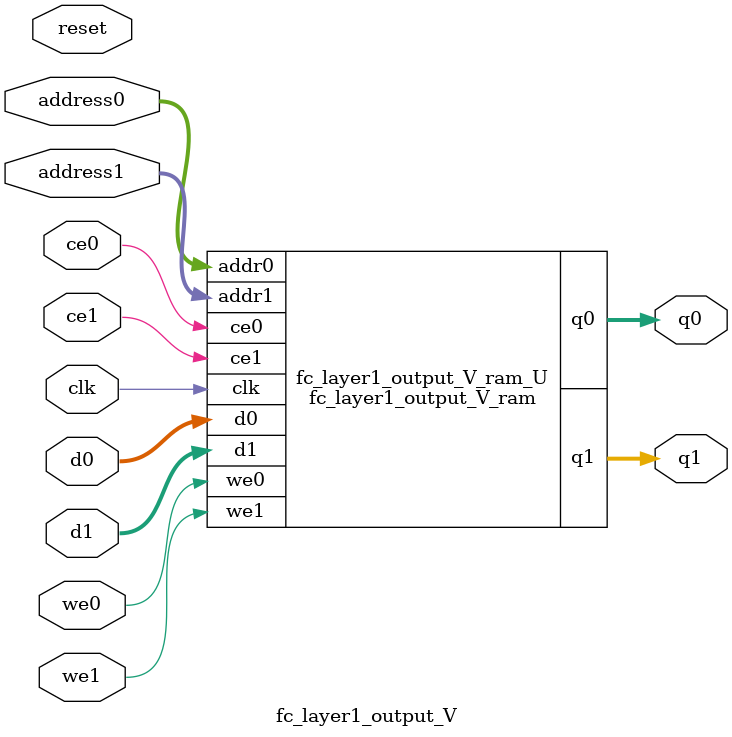
<source format=v>

`timescale 1 ns / 1 ps
module fc_layer1_output_V_ram (addr0, ce0, d0, we0, q0, addr1, ce1, d1, we1, q1,  clk);

parameter DWIDTH = 16;
parameter AWIDTH = 7;
parameter MEM_SIZE = 120;

input[AWIDTH-1:0] addr0;
input ce0;
input[DWIDTH-1:0] d0;
input we0;
output reg[DWIDTH-1:0] q0;
input[AWIDTH-1:0] addr1;
input ce1;
input[DWIDTH-1:0] d1;
input we1;
output reg[DWIDTH-1:0] q1;
input clk;

(* ram_style = "block" *)reg [DWIDTH-1:0] ram[0:MEM_SIZE-1];




always @(posedge clk)  
begin 
    if (ce0) 
    begin
        if (we0) 
        begin 
            ram[addr0] <= d0; 
            q0 <= d0;
        end 
        else 
            q0 <= ram[addr0];
    end
end


always @(posedge clk)  
begin 
    if (ce1) 
    begin
        if (we1) 
        begin 
            ram[addr1] <= d1; 
            q1 <= d1;
        end 
        else 
            q1 <= ram[addr1];
    end
end


endmodule


`timescale 1 ns / 1 ps
module fc_layer1_output_V(
    reset,
    clk,
    address0,
    ce0,
    we0,
    d0,
    q0,
    address1,
    ce1,
    we1,
    d1,
    q1);

parameter DataWidth = 32'd16;
parameter AddressRange = 32'd120;
parameter AddressWidth = 32'd7;
input reset;
input clk;
input[AddressWidth - 1:0] address0;
input ce0;
input we0;
input[DataWidth - 1:0] d0;
output[DataWidth - 1:0] q0;
input[AddressWidth - 1:0] address1;
input ce1;
input we1;
input[DataWidth - 1:0] d1;
output[DataWidth - 1:0] q1;



fc_layer1_output_V_ram fc_layer1_output_V_ram_U(
    .clk( clk ),
    .addr0( address0 ),
    .ce0( ce0 ),
    .d0( d0 ),
    .we0( we0 ),
    .q0( q0 ),
    .addr1( address1 ),
    .ce1( ce1 ),
    .d1( d1 ),
    .we1( we1 ),
    .q1( q1 ));

endmodule


</source>
